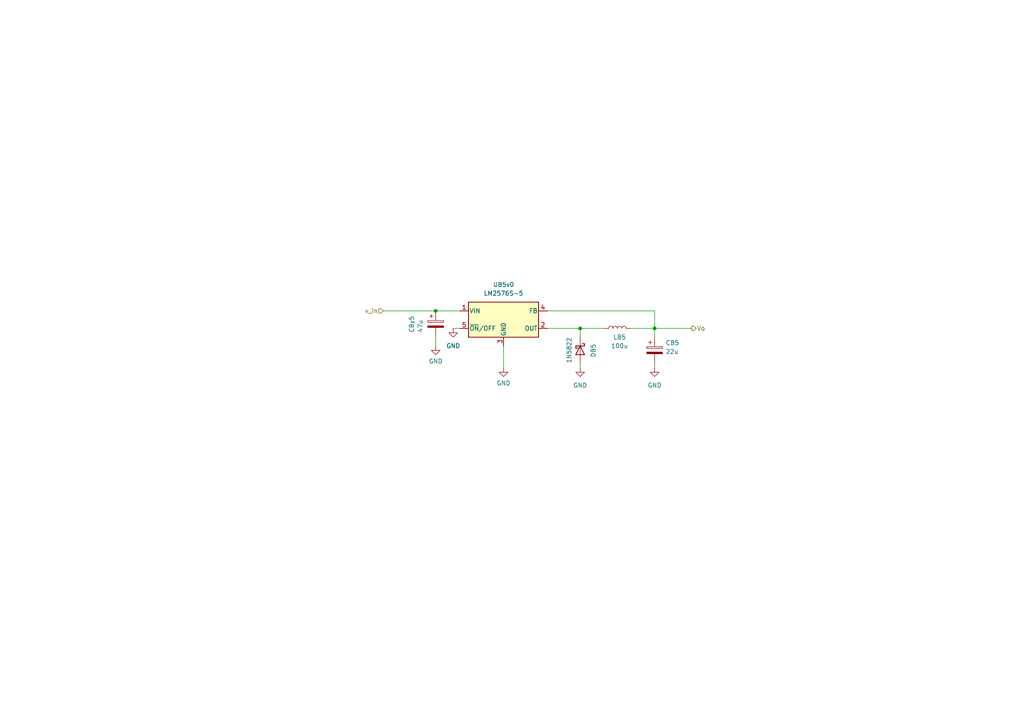
<source format=kicad_sch>
(kicad_sch (version 20211123) (generator eeschema)

  (uuid c4204240-4bfd-4626-a463-ba30cdc5c4a9)

  (paper "A4")

  (lib_symbols
    (symbol "Device:C_Polarized" (pin_numbers hide) (pin_names (offset 0.254)) (in_bom yes) (on_board yes)
      (property "Reference" "C" (id 0) (at 0.635 2.54 0)
        (effects (font (size 1.27 1.27)) (justify left))
      )
      (property "Value" "C_Polarized" (id 1) (at 0.635 -2.54 0)
        (effects (font (size 1.27 1.27)) (justify left))
      )
      (property "Footprint" "" (id 2) (at 0.9652 -3.81 0)
        (effects (font (size 1.27 1.27)) hide)
      )
      (property "Datasheet" "~" (id 3) (at 0 0 0)
        (effects (font (size 1.27 1.27)) hide)
      )
      (property "ki_keywords" "cap capacitor" (id 4) (at 0 0 0)
        (effects (font (size 1.27 1.27)) hide)
      )
      (property "ki_description" "Polarized capacitor" (id 5) (at 0 0 0)
        (effects (font (size 1.27 1.27)) hide)
      )
      (property "ki_fp_filters" "CP_*" (id 6) (at 0 0 0)
        (effects (font (size 1.27 1.27)) hide)
      )
      (symbol "C_Polarized_0_1"
        (rectangle (start -2.286 0.508) (end 2.286 1.016)
          (stroke (width 0) (type default) (color 0 0 0 0))
          (fill (type none))
        )
        (polyline
          (pts
            (xy -1.778 2.286)
            (xy -0.762 2.286)
          )
          (stroke (width 0) (type default) (color 0 0 0 0))
          (fill (type none))
        )
        (polyline
          (pts
            (xy -1.27 2.794)
            (xy -1.27 1.778)
          )
          (stroke (width 0) (type default) (color 0 0 0 0))
          (fill (type none))
        )
        (rectangle (start 2.286 -0.508) (end -2.286 -1.016)
          (stroke (width 0) (type default) (color 0 0 0 0))
          (fill (type outline))
        )
      )
      (symbol "C_Polarized_1_1"
        (pin passive line (at 0 3.81 270) (length 2.794)
          (name "~" (effects (font (size 1.27 1.27))))
          (number "1" (effects (font (size 1.27 1.27))))
        )
        (pin passive line (at 0 -3.81 90) (length 2.794)
          (name "~" (effects (font (size 1.27 1.27))))
          (number "2" (effects (font (size 1.27 1.27))))
        )
      )
    )
    (symbol "Device:L" (pin_numbers hide) (pin_names (offset 1.016) hide) (in_bom yes) (on_board yes)
      (property "Reference" "L" (id 0) (at -1.27 0 90)
        (effects (font (size 1.27 1.27)))
      )
      (property "Value" "L" (id 1) (at 1.905 0 90)
        (effects (font (size 1.27 1.27)))
      )
      (property "Footprint" "" (id 2) (at 0 0 0)
        (effects (font (size 1.27 1.27)) hide)
      )
      (property "Datasheet" "~" (id 3) (at 0 0 0)
        (effects (font (size 1.27 1.27)) hide)
      )
      (property "ki_keywords" "inductor choke coil reactor magnetic" (id 4) (at 0 0 0)
        (effects (font (size 1.27 1.27)) hide)
      )
      (property "ki_description" "Inductor" (id 5) (at 0 0 0)
        (effects (font (size 1.27 1.27)) hide)
      )
      (property "ki_fp_filters" "Choke_* *Coil* Inductor_* L_*" (id 6) (at 0 0 0)
        (effects (font (size 1.27 1.27)) hide)
      )
      (symbol "L_0_1"
        (arc (start 0 -2.54) (mid 0.635 -1.905) (end 0 -1.27)
          (stroke (width 0) (type default) (color 0 0 0 0))
          (fill (type none))
        )
        (arc (start 0 -1.27) (mid 0.635 -0.635) (end 0 0)
          (stroke (width 0) (type default) (color 0 0 0 0))
          (fill (type none))
        )
        (arc (start 0 0) (mid 0.635 0.635) (end 0 1.27)
          (stroke (width 0) (type default) (color 0 0 0 0))
          (fill (type none))
        )
        (arc (start 0 1.27) (mid 0.635 1.905) (end 0 2.54)
          (stroke (width 0) (type default) (color 0 0 0 0))
          (fill (type none))
        )
      )
      (symbol "L_1_1"
        (pin passive line (at 0 3.81 270) (length 1.27)
          (name "1" (effects (font (size 1.27 1.27))))
          (number "1" (effects (font (size 1.27 1.27))))
        )
        (pin passive line (at 0 -3.81 90) (length 1.27)
          (name "2" (effects (font (size 1.27 1.27))))
          (number "2" (effects (font (size 1.27 1.27))))
        )
      )
    )
    (symbol "Diode:1N5822" (pin_numbers hide) (pin_names (offset 1.016) hide) (in_bom yes) (on_board yes)
      (property "Reference" "D" (id 0) (at 0 2.54 0)
        (effects (font (size 1.27 1.27)))
      )
      (property "Value" "1N5822" (id 1) (at 0 -2.54 0)
        (effects (font (size 1.27 1.27)))
      )
      (property "Footprint" "Diode_THT:D_DO-201AD_P15.24mm_Horizontal" (id 2) (at 0 -4.445 0)
        (effects (font (size 1.27 1.27)) hide)
      )
      (property "Datasheet" "http://www.vishay.com/docs/88526/1n5820.pdf" (id 3) (at 0 0 0)
        (effects (font (size 1.27 1.27)) hide)
      )
      (property "ki_keywords" "diode Schottky" (id 4) (at 0 0 0)
        (effects (font (size 1.27 1.27)) hide)
      )
      (property "ki_description" "40V 3A Schottky Barrier Rectifier Diode, DO-201AD" (id 5) (at 0 0 0)
        (effects (font (size 1.27 1.27)) hide)
      )
      (property "ki_fp_filters" "D*DO?201AD*" (id 6) (at 0 0 0)
        (effects (font (size 1.27 1.27)) hide)
      )
      (symbol "1N5822_0_1"
        (polyline
          (pts
            (xy 1.27 0)
            (xy -1.27 0)
          )
          (stroke (width 0) (type default) (color 0 0 0 0))
          (fill (type none))
        )
        (polyline
          (pts
            (xy 1.27 1.27)
            (xy 1.27 -1.27)
            (xy -1.27 0)
            (xy 1.27 1.27)
          )
          (stroke (width 0.254) (type default) (color 0 0 0 0))
          (fill (type none))
        )
        (polyline
          (pts
            (xy -1.905 0.635)
            (xy -1.905 1.27)
            (xy -1.27 1.27)
            (xy -1.27 -1.27)
            (xy -0.635 -1.27)
            (xy -0.635 -0.635)
          )
          (stroke (width 0.254) (type default) (color 0 0 0 0))
          (fill (type none))
        )
      )
      (symbol "1N5822_1_1"
        (pin passive line (at -3.81 0 0) (length 2.54)
          (name "K" (effects (font (size 1.27 1.27))))
          (number "1" (effects (font (size 1.27 1.27))))
        )
        (pin passive line (at 3.81 0 180) (length 2.54)
          (name "A" (effects (font (size 1.27 1.27))))
          (number "2" (effects (font (size 1.27 1.27))))
        )
      )
    )
    (symbol "Regulator_Switching:LM2576S-5" (pin_names (offset 0.254)) (in_bom yes) (on_board yes)
      (property "Reference" "U" (id 0) (at -10.16 6.35 0)
        (effects (font (size 1.27 1.27)) (justify left))
      )
      (property "Value" "LM2576S-5" (id 1) (at 0 6.35 0)
        (effects (font (size 1.27 1.27)) (justify left))
      )
      (property "Footprint" "Package_TO_SOT_SMD:TO-263-5_TabPin3" (id 2) (at 0 -6.35 0)
        (effects (font (size 1.27 1.27) italic) (justify left) hide)
      )
      (property "Datasheet" "http://www.ti.com/lit/ds/symlink/lm2576.pdf" (id 3) (at 0 0 0)
        (effects (font (size 1.27 1.27)) hide)
      )
      (property "ki_keywords" "Step-Down Voltage Regulator 5V 3A" (id 4) (at 0 0 0)
        (effects (font (size 1.27 1.27)) hide)
      )
      (property "ki_description" "5V, 3A SIMPLE SWITCHER® Step-Down Voltage Regulator, TO-263" (id 5) (at 0 0 0)
        (effects (font (size 1.27 1.27)) hide)
      )
      (property "ki_fp_filters" "TO?263*" (id 6) (at 0 0 0)
        (effects (font (size 1.27 1.27)) hide)
      )
      (symbol "LM2576S-5_0_1"
        (rectangle (start -10.16 5.08) (end 10.16 -5.08)
          (stroke (width 0.254) (type default) (color 0 0 0 0))
          (fill (type background))
        )
      )
      (symbol "LM2576S-5_1_1"
        (pin power_in line (at -12.7 2.54 0) (length 2.54)
          (name "VIN" (effects (font (size 1.27 1.27))))
          (number "1" (effects (font (size 1.27 1.27))))
        )
        (pin output line (at 12.7 -2.54 180) (length 2.54)
          (name "OUT" (effects (font (size 1.27 1.27))))
          (number "2" (effects (font (size 1.27 1.27))))
        )
        (pin power_in line (at 0 -7.62 90) (length 2.54)
          (name "GND" (effects (font (size 1.27 1.27))))
          (number "3" (effects (font (size 1.27 1.27))))
        )
        (pin input line (at 12.7 2.54 180) (length 2.54)
          (name "FB" (effects (font (size 1.27 1.27))))
          (number "4" (effects (font (size 1.27 1.27))))
        )
        (pin input line (at -12.7 -2.54 0) (length 2.54)
          (name "~{ON}/OFF" (effects (font (size 1.27 1.27))))
          (number "5" (effects (font (size 1.27 1.27))))
        )
      )
    )
    (symbol "power:GND" (power) (pin_names (offset 0)) (in_bom yes) (on_board yes)
      (property "Reference" "#PWR" (id 0) (at 0 -6.35 0)
        (effects (font (size 1.27 1.27)) hide)
      )
      (property "Value" "GND" (id 1) (at 0 -3.81 0)
        (effects (font (size 1.27 1.27)))
      )
      (property "Footprint" "" (id 2) (at 0 0 0)
        (effects (font (size 1.27 1.27)) hide)
      )
      (property "Datasheet" "" (id 3) (at 0 0 0)
        (effects (font (size 1.27 1.27)) hide)
      )
      (property "ki_keywords" "power-flag" (id 4) (at 0 0 0)
        (effects (font (size 1.27 1.27)) hide)
      )
      (property "ki_description" "Power symbol creates a global label with name \"GND\" , ground" (id 5) (at 0 0 0)
        (effects (font (size 1.27 1.27)) hide)
      )
      (symbol "GND_0_1"
        (polyline
          (pts
            (xy 0 0)
            (xy 0 -1.27)
            (xy 1.27 -1.27)
            (xy 0 -2.54)
            (xy -1.27 -1.27)
            (xy 0 -1.27)
          )
          (stroke (width 0) (type default) (color 0 0 0 0))
          (fill (type none))
        )
      )
      (symbol "GND_1_1"
        (pin power_in line (at 0 0 270) (length 0) hide
          (name "GND" (effects (font (size 1.27 1.27))))
          (number "1" (effects (font (size 1.27 1.27))))
        )
      )
    )
  )


  (junction (at 126.365 90.17) (diameter 0) (color 0 0 0 0)
    (uuid 99749108-47f6-4a58-a9eb-84fce9e441c5)
  )
  (junction (at 168.275 95.25) (diameter 0) (color 0 0 0 0)
    (uuid 9deb240c-2d5d-47fa-8a1c-35357c5a3aa2)
  )
  (junction (at 189.865 95.25) (diameter 0) (color 0 0 0 0)
    (uuid d6848726-1976-4b6f-8ada-695ce2933f4e)
  )

  (wire (pts (xy 189.865 95.25) (xy 189.865 90.17))
    (stroke (width 0) (type default) (color 0 0 0 0))
    (uuid 44aecce1-cfba-47df-b166-d15c8b8eb9d0)
  )
  (wire (pts (xy 168.275 97.79) (xy 168.275 95.25))
    (stroke (width 0) (type default) (color 0 0 0 0))
    (uuid 4e7ecf6a-2178-4630-9846-cb74878aeeec)
  )
  (wire (pts (xy 189.865 90.17) (xy 158.75 90.17))
    (stroke (width 0) (type default) (color 0 0 0 0))
    (uuid 6b734ebf-c56c-45d4-8a28-4c0c17a73ba5)
  )
  (wire (pts (xy 182.88 95.25) (xy 189.865 95.25))
    (stroke (width 0) (type default) (color 0 0 0 0))
    (uuid 6cd4175f-015a-4394-9147-e6a2e399d9e0)
  )
  (wire (pts (xy 168.275 105.41) (xy 168.275 106.68))
    (stroke (width 0) (type default) (color 0 0 0 0))
    (uuid 7c6d90bb-349b-478a-b486-78044c75a62c)
  )
  (wire (pts (xy 131.445 95.25) (xy 133.35 95.25))
    (stroke (width 0) (type default) (color 0 0 0 0))
    (uuid 8b6fffc0-14b1-4e5a-9926-0d1ddcc425d8)
  )
  (wire (pts (xy 189.865 95.25) (xy 189.865 97.79))
    (stroke (width 0) (type default) (color 0 0 0 0))
    (uuid 9760a958-5eb5-45b0-aaec-4c78fa08c022)
  )
  (wire (pts (xy 126.365 90.17) (xy 133.35 90.17))
    (stroke (width 0) (type default) (color 0 0 0 0))
    (uuid a620474d-001e-475f-8415-72825e73fec6)
  )
  (wire (pts (xy 126.365 97.79) (xy 126.365 100.33))
    (stroke (width 0) (type default) (color 0 0 0 0))
    (uuid abd0cfb3-61ee-48a0-b497-b5ccdd7425f7)
  )
  (wire (pts (xy 168.275 95.25) (xy 175.26 95.25))
    (stroke (width 0) (type default) (color 0 0 0 0))
    (uuid b4b337fb-606f-442c-81b2-d6e9945b615d)
  )
  (wire (pts (xy 111.125 90.17) (xy 126.365 90.17))
    (stroke (width 0) (type default) (color 0 0 0 0))
    (uuid b6a907ea-9139-4584-8357-8efb8c79830c)
  )
  (wire (pts (xy 146.05 100.33) (xy 146.05 106.68))
    (stroke (width 0) (type default) (color 0 0 0 0))
    (uuid c3a6e378-a7f1-4fa0-b20a-4ec679b7c870)
  )
  (wire (pts (xy 158.75 95.25) (xy 168.275 95.25))
    (stroke (width 0) (type default) (color 0 0 0 0))
    (uuid cf460c6d-5284-4a1c-9688-ce1b09264c56)
  )
  (wire (pts (xy 189.865 95.25) (xy 200.66 95.25))
    (stroke (width 0) (type default) (color 0 0 0 0))
    (uuid e944dcbd-ccbd-44ee-922d-0f1f4af5d795)
  )
  (wire (pts (xy 189.865 105.41) (xy 189.865 106.68))
    (stroke (width 0) (type default) (color 0 0 0 0))
    (uuid e953d7dd-3b6d-461a-9b70-c7cab5da6a68)
  )

  (hierarchical_label "v_in" (shape input) (at 111.125 90.17 180)
    (effects (font (size 1.27 1.27)) (justify right))
    (uuid 173b815e-557d-4283-8abd-c51d25db9e0e)
  )
  (hierarchical_label "Vo" (shape output) (at 200.66 95.25 0)
    (effects (font (size 1.27 1.27)) (justify left))
    (uuid 3454f8b7-e47c-47d1-8449-8d823a945d54)
  )

  (symbol (lib_id "power:GND") (at 168.275 106.68 0) (unit 1)
    (in_bom yes) (on_board yes) (fields_autoplaced)
    (uuid 12720c6b-f45a-4181-839a-8acec07ed5ef)
    (property "Reference" "#PWR0124" (id 0) (at 168.275 113.03 0)
      (effects (font (size 1.27 1.27)) hide)
    )
    (property "Value" "GND" (id 1) (at 168.275 111.76 0))
    (property "Footprint" "" (id 2) (at 168.275 106.68 0)
      (effects (font (size 1.27 1.27)) hide)
    )
    (property "Datasheet" "" (id 3) (at 168.275 106.68 0)
      (effects (font (size 1.27 1.27)) hide)
    )
    (pin "1" (uuid 625d0761-6fe8-43e9-ab14-f09e9c2a2dd2))
  )

  (symbol (lib_id "Device:C_Polarized") (at 126.365 93.98 0) (unit 1)
    (in_bom yes) (on_board yes)
    (uuid 1d605c1f-65b5-4682-9f65-00cf706f6627)
    (property "Reference" "CBy5" (id 0) (at 119.38 96.52 90)
      (effects (font (size 1.27 1.27)) (justify left))
    )
    (property "Value" "47u" (id 1) (at 121.92 96.52 90)
      (effects (font (size 1.27 1.27)) (justify left))
    )
    (property "Footprint" "Capacitor_Tantalum_SMD:CP_EIA-7343-43_Kemet-X_Pad2.25x2.55mm_HandSolder" (id 2) (at 127.3302 97.79 0)
      (effects (font (size 1.27 1.27)) hide)
    )
    (property "Datasheet" "~" (id 3) (at 126.365 93.98 0)
      (effects (font (size 1.27 1.27)) hide)
    )
    (pin "1" (uuid 31c29743-263c-4c73-b282-bb824d6771e0))
    (pin "2" (uuid c746bfb5-5f44-4118-8dbb-28a0ea182fa8))
  )

  (symbol (lib_id "Device:C_Polarized") (at 189.865 101.6 0) (unit 1)
    (in_bom yes) (on_board yes) (fields_autoplaced)
    (uuid 271eb4f5-d4c9-4320-957f-88b1e852cd7e)
    (property "Reference" "CB5" (id 0) (at 193.04 99.4409 0)
      (effects (font (size 1.27 1.27)) (justify left))
    )
    (property "Value" "22u" (id 1) (at 193.04 101.9809 0)
      (effects (font (size 1.27 1.27)) (justify left))
    )
    (property "Footprint" "Capacitor_SMD:CP_Elec_6.3x5.8" (id 2) (at 190.8302 105.41 0)
      (effects (font (size 1.27 1.27)) hide)
    )
    (property "Datasheet" "~" (id 3) (at 189.865 101.6 0)
      (effects (font (size 1.27 1.27)) hide)
    )
    (pin "1" (uuid e09e79aa-1f8e-41f9-9d82-1205949fa629))
    (pin "2" (uuid 27cf6052-d932-4363-be2f-3583001a6ed7))
  )

  (symbol (lib_id "Device:L") (at 179.07 95.25 90) (unit 1)
    (in_bom yes) (on_board yes)
    (uuid 6a286785-a27b-4adf-be36-ab45357d7d20)
    (property "Reference" "LB5" (id 0) (at 179.705 97.79 90))
    (property "Value" "100u" (id 1) (at 179.705 100.33 90))
    (property "Footprint" "Inductor_THT:L_Toroid_Vertical_L25.4mm_W14.7mm_P12.20mm_Vishay_TJ5_BigPads" (id 2) (at 179.07 95.25 0)
      (effects (font (size 1.27 1.27)) hide)
    )
    (property "Datasheet" "~" (id 3) (at 179.07 95.25 0)
      (effects (font (size 1.27 1.27)) hide)
    )
    (pin "1" (uuid 0096fca6-71a2-4d05-934b-9bc4e84d36c3))
    (pin "2" (uuid 7cec6255-1627-49ac-bc77-7da7823465e9))
  )

  (symbol (lib_id "Regulator_Switching:LM2576S-5") (at 146.05 92.71 0) (unit 1)
    (in_bom yes) (on_board yes) (fields_autoplaced)
    (uuid 9eccce81-688f-49ee-a438-55f9119ec122)
    (property "Reference" "UB5v0" (id 0) (at 146.05 82.55 0))
    (property "Value" "LM2576S-5" (id 1) (at 146.05 85.09 0))
    (property "Footprint" "Package_TO_SOT_SMD:TO-263-5_TabPin3" (id 2) (at 146.05 99.06 0)
      (effects (font (size 1.27 1.27) italic) (justify left) hide)
    )
    (property "Datasheet" "http://www.ti.com/lit/ds/symlink/lm2576.pdf" (id 3) (at 146.05 92.71 0)
      (effects (font (size 1.27 1.27)) hide)
    )
    (pin "1" (uuid 9981abdf-f18c-4fda-9907-854cc8a1d89d))
    (pin "2" (uuid 6fab0672-f1c8-4455-b0e0-10164f4969ee))
    (pin "3" (uuid 1c274231-99fa-4e7a-bb5a-e6293340fe0b))
    (pin "4" (uuid bcfe2d02-fcb8-441d-a234-933c88711f75))
    (pin "5" (uuid 587e1298-7726-4797-aeb4-7a2213704b5c))
  )

  (symbol (lib_id "power:GND") (at 189.865 106.68 0) (unit 1)
    (in_bom yes) (on_board yes) (fields_autoplaced)
    (uuid b420b017-fa67-44c0-aab5-3d1b39bfd897)
    (property "Reference" "#PWR0125" (id 0) (at 189.865 113.03 0)
      (effects (font (size 1.27 1.27)) hide)
    )
    (property "Value" "GND" (id 1) (at 189.865 111.76 0))
    (property "Footprint" "" (id 2) (at 189.865 106.68 0)
      (effects (font (size 1.27 1.27)) hide)
    )
    (property "Datasheet" "" (id 3) (at 189.865 106.68 0)
      (effects (font (size 1.27 1.27)) hide)
    )
    (pin "1" (uuid bef15c12-856c-4160-8efd-a605da5f56c4))
  )

  (symbol (lib_id "Diode:1N5822") (at 168.275 101.6 270) (unit 1)
    (in_bom yes) (on_board yes)
    (uuid d9751148-af1e-418c-88ff-4f06a0a21baf)
    (property "Reference" "DB5" (id 0) (at 172.085 99.695 0)
      (effects (font (size 1.27 1.27)) (justify left))
    )
    (property "Value" "1N5822" (id 1) (at 165.1 97.79 0)
      (effects (font (size 1.27 1.27)) (justify left))
    )
    (property "Footprint" "Diode_THT:D_DO-201AE_P5.08mm_Vertical_AnodeUp" (id 2) (at 163.83 101.6 0)
      (effects (font (size 1.27 1.27)) hide)
    )
    (property "Datasheet" "http://www.vishay.com/docs/88526/1n5820.pdf" (id 3) (at 168.275 101.6 0)
      (effects (font (size 1.27 1.27)) hide)
    )
    (pin "1" (uuid f3433eb8-7b62-4999-a5c6-54b72f6595a5))
    (pin "2" (uuid fdf938ed-db1c-477b-a758-c4e70a99c193))
  )

  (symbol (lib_id "power:GND") (at 126.365 100.33 0) (unit 1)
    (in_bom yes) (on_board yes) (fields_autoplaced)
    (uuid ee83d32a-d48c-4e35-b9b0-e4586d15270b)
    (property "Reference" "#PWR0127" (id 0) (at 126.365 106.68 0)
      (effects (font (size 1.27 1.27)) hide)
    )
    (property "Value" "GND" (id 1) (at 126.365 104.775 0))
    (property "Footprint" "" (id 2) (at 126.365 100.33 0)
      (effects (font (size 1.27 1.27)) hide)
    )
    (property "Datasheet" "" (id 3) (at 126.365 100.33 0)
      (effects (font (size 1.27 1.27)) hide)
    )
    (pin "1" (uuid 7ba02796-5fe8-422e-9858-fb59747e06da))
  )

  (symbol (lib_id "power:GND") (at 146.05 106.68 0) (unit 1)
    (in_bom yes) (on_board yes) (fields_autoplaced)
    (uuid f4ec2b6b-9999-40d0-80c6-454c2c11e70e)
    (property "Reference" "#PWR0123" (id 0) (at 146.05 113.03 0)
      (effects (font (size 1.27 1.27)) hide)
    )
    (property "Value" "GND" (id 1) (at 146.05 111.125 0))
    (property "Footprint" "" (id 2) (at 146.05 106.68 0)
      (effects (font (size 1.27 1.27)) hide)
    )
    (property "Datasheet" "" (id 3) (at 146.05 106.68 0)
      (effects (font (size 1.27 1.27)) hide)
    )
    (pin "1" (uuid 7cf46959-4010-48cc-9a29-e98c13980346))
  )

  (symbol (lib_id "power:GND") (at 131.445 95.25 0) (unit 1)
    (in_bom yes) (on_board yes) (fields_autoplaced)
    (uuid fa86aa2f-43ff-49f8-8ee7-4b863fd276b2)
    (property "Reference" "#PWR0126" (id 0) (at 131.445 101.6 0)
      (effects (font (size 1.27 1.27)) hide)
    )
    (property "Value" "GND" (id 1) (at 131.445 100.33 0))
    (property "Footprint" "" (id 2) (at 131.445 95.25 0)
      (effects (font (size 1.27 1.27)) hide)
    )
    (property "Datasheet" "" (id 3) (at 131.445 95.25 0)
      (effects (font (size 1.27 1.27)) hide)
    )
    (pin "1" (uuid 07c057d1-4c36-4c55-a4e5-92d4ed08a3d0))
  )
)

</source>
